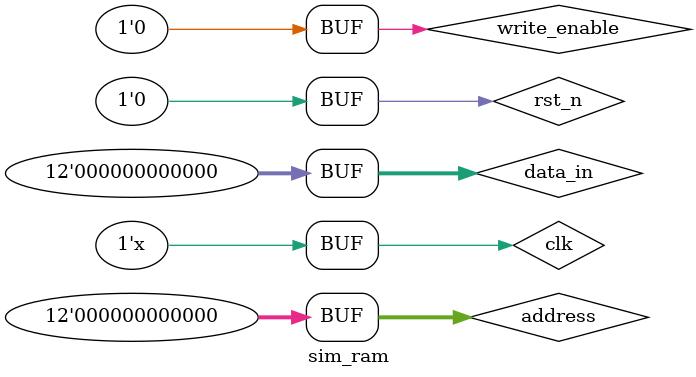
<source format=v>
/*

Copyright (c) 2021 Alex Pahmutov

Permission is hereby granted, free of charge, to any person obtaining a copy
of this software and associated documentation files (the "Software"), to deal
in the Software without restriction, including without limitation the rights
to use, copy, modify, merge, publish, distribute, sublicense, and/or sell
copies of the Software, and to permit persons to whom the Software is
furnished to do so, subject to the following conditions:

The above copyright notice and this permission notice shall be included in
all copies or substantial portions of the Software.

THE SOFTWARE IS PROVIDED "AS IS", WITHOUT WARRANTY OF ANY KIND, EXPRESS OR
IMPLIED, INCLUDING BUT NOT LIMITED TO THE WARRANTIES OF MERCHANTABILITY
FITNESS FOR A PARTICULAR PURPOSE AND NONINFRINGEMENT. IN NO EVENT SHALL THE
AUTHORS OR COPYRIGHT HOLDERS BE LIABLE FOR ANY CLAIM, DAMAGES OR OTHER
LIABILITY, WHETHER IN AN ACTION OF CONTRACT, TORT OR OTHERWISE, ARISING FROM,
OUT OF OR IN CONNECTION WITH THE SOFTWARE OR THE USE OR OTHER DEALINGS IN
THE SOFTWARE.

*/

`timescale 1ns/1ps

module sim_ram;
	
	function integer clogb2;
   	input [31:0] value;
   	begin
        value = value - 1;
        for (clogb2 = 0; value > 0; clogb2 = clogb2 + 1) begin
            value = value >> 1;
        end
   	end
	endfunction
	
	localparam period = 10;
	localparam DATA_WIDTH = 12;  
	localparam RAM_DEPTH = 4096;  
	localparam ADDR_WIDTH = clogb2(RAM_DEPTH);
	
	// Inputs
	reg clk;
	reg rst_n;
	reg write_enable;
	reg [DATA_WIDTH - 1:0] data_in;
	reg [ADDR_WIDTH - 1:0] address;

	// Outputs
	wire [DATA_WIDTH - 1:0] data_out;

	// Instantiate the Unit Under Test (UUT)
	single_port_ram #
	(
		.DATA_WIDTH(DATA_WIDTH),
		.RAM_DEPTH(RAM_DEPTH)
	)
	uut 
	(
		.clk(clk), 
		.rst_n(rst_n), 
		.write_enable(write_enable), 
		.data_in(data_in), 
		.address(address), 
		.data_out(data_out)
	);
	
	always #period  clk = !clk;
	
	initial begin
		clk = 0;
		rst_n = 0;
		write_enable = 0;
		
		data_in = 0;
		address = 0;
		
		#100;
		clk = 1;
		write_enable = 0;
		
        
	end
      
endmodule
</source>
